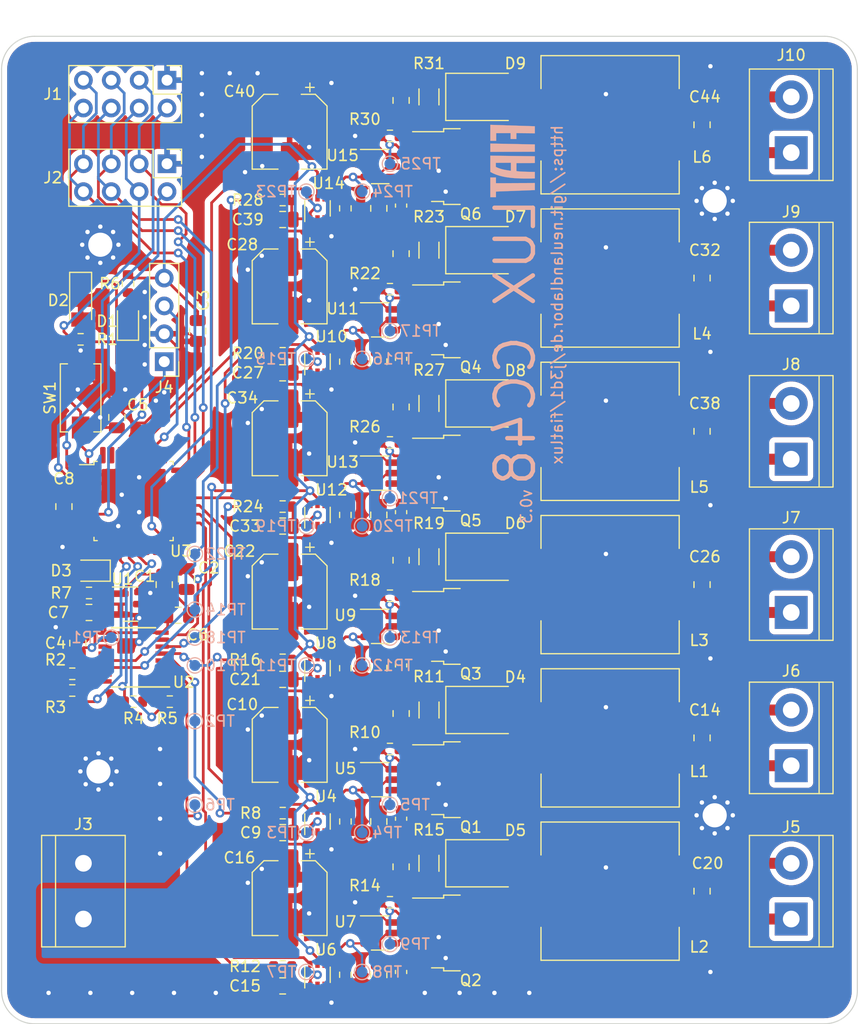
<source format=kicad_pcb>
(kicad_pcb (version 20211014) (generator pcbnew)

  (general
    (thickness 1.6)
  )

  (paper "A4")
  (layers
    (0 "F.Cu" signal)
    (31 "B.Cu" signal)
    (32 "B.Adhes" user "B.Adhesive")
    (33 "F.Adhes" user "F.Adhesive")
    (34 "B.Paste" user)
    (35 "F.Paste" user)
    (36 "B.SilkS" user "B.Silkscreen")
    (37 "F.SilkS" user "F.Silkscreen")
    (38 "B.Mask" user)
    (39 "F.Mask" user)
    (40 "Dwgs.User" user "User.Drawings")
    (41 "Cmts.User" user "User.Comments")
    (42 "Eco1.User" user "User.Eco1")
    (43 "Eco2.User" user "User.Eco2")
    (44 "Edge.Cuts" user)
    (45 "Margin" user)
    (46 "B.CrtYd" user "B.Courtyard")
    (47 "F.CrtYd" user "F.Courtyard")
    (48 "B.Fab" user)
    (49 "F.Fab" user)
    (50 "User.1" user "Nutzer.1")
    (51 "User.2" user "Nutzer.2")
    (52 "User.3" user "Nutzer.3")
    (53 "User.4" user "Nutzer.4")
    (54 "User.5" user "Nutzer.5")
    (55 "User.6" user "Nutzer.6")
    (56 "User.7" user "Nutzer.7")
    (57 "User.8" user "Nutzer.8")
    (58 "User.9" user "Nutzer.9")
  )

  (setup
    (stackup
      (layer "F.SilkS" (type "Top Silk Screen"))
      (layer "F.Paste" (type "Top Solder Paste"))
      (layer "F.Mask" (type "Top Solder Mask") (thickness 0.01))
      (layer "F.Cu" (type "copper") (thickness 0.035))
      (layer "dielectric 1" (type "core") (thickness 1.51) (material "FR4") (epsilon_r 4.5) (loss_tangent 0.02))
      (layer "B.Cu" (type "copper") (thickness 0.035))
      (layer "B.Mask" (type "Bottom Solder Mask") (thickness 0.01))
      (layer "B.Paste" (type "Bottom Solder Paste"))
      (layer "B.SilkS" (type "Bottom Silk Screen"))
      (copper_finish "None")
      (dielectric_constraints no)
    )
    (pad_to_mask_clearance 0)
    (grid_origin 167.894 27.686)
    (pcbplotparams
      (layerselection 0x00010fc_ffffffff)
      (disableapertmacros false)
      (usegerberextensions false)
      (usegerberattributes true)
      (usegerberadvancedattributes true)
      (creategerberjobfile true)
      (svguseinch false)
      (svgprecision 6)
      (excludeedgelayer true)
      (plotframeref false)
      (viasonmask false)
      (mode 1)
      (useauxorigin false)
      (hpglpennumber 1)
      (hpglpenspeed 20)
      (hpglpendiameter 15.000000)
      (dxfpolygonmode true)
      (dxfimperialunits true)
      (dxfusepcbnewfont true)
      (psnegative false)
      (psa4output false)
      (plotreference true)
      (plotvalue true)
      (plotinvisibletext false)
      (sketchpadsonfab false)
      (subtractmaskfromsilk false)
      (outputformat 1)
      (mirror false)
      (drillshape 1)
      (scaleselection 1)
      (outputdirectory "")
    )
  )

  (net 0 "")
  (net 1 "+3V3")
  (net 2 "GND")
  (net 3 "~{BUSRST}")
  (net 4 "Net-(C4-Pad1)")
  (net 5 "Net-(C8-Pad1)")
  (net 6 "/fiatlux_cc48_channel_driver2/DRI_DIM")
  (net 7 "+48V")
  (net 8 "/fiatlux_cc48_channel_driver2/DRI_VCC")
  (net 9 "/fiatlux_cc48_channel_driver2/DRI_COM")
  (net 10 "/fiatlux_cc48_channel_driver2/OUT+")
  (net 11 "/fiatlux_cc48_channel_driver2/OUT-")
  (net 12 "/fiatlux_cc48_channel_driver1/DRI_DIM")
  (net 13 "/fiatlux_cc48_channel_driver1/DRI_VCC")
  (net 14 "/fiatlux_cc48_channel_driver1/DRI_COM")
  (net 15 "/fiatlux_cc48_channel_driver1/OUT+")
  (net 16 "/fiatlux_cc48_channel_driver1/OUT-")
  (net 17 "/fiatlux_cc48_channel_driver3/DRI_DIM")
  (net 18 "/fiatlux_cc48_channel_driver3/DRI_VCC")
  (net 19 "/fiatlux_cc48_channel_driver3/DRI_COM")
  (net 20 "/fiatlux_cc48_channel_driver3/OUT+")
  (net 21 "/fiatlux_cc48_channel_driver3/OUT-")
  (net 22 "/fiatlux_cc48_channel_driver5/DRI_DIM")
  (net 23 "/fiatlux_cc48_channel_driver5/DRI_VCC")
  (net 24 "/fiatlux_cc48_channel_driver5/DRI_COM")
  (net 25 "/fiatlux_cc48_channel_driver5/OUT+")
  (net 26 "/fiatlux_cc48_channel_driver5/OUT-")
  (net 27 "Net-(D1-Pad2)")
  (net 28 "ACT_LED")
  (net 29 "Net-(D3-Pad2)")
  (net 30 "/fiatlux_cc48_channel_driver4/DRI_DIM")
  (net 31 "/fiatlux_cc48_channel_driver4/DRI_VCC")
  (net 32 "/fiatlux_cc48_channel_driver4/DRI_COM")
  (net 33 "/fiatlux_cc48_channel_driver4/OUT+")
  (net 34 "/fiatlux_cc48_channel_driver4/OUT-")
  (net 35 "SWIM")
  (net 36 "/fiatlux_cc48_channel_driver6/DRI_DIM")
  (net 37 "/fiatlux_cc48_channel_driver6/DRI_VCC")
  (net 38 "/fiatlux_cc48_channel_driver6/DRI_COM")
  (net 39 "/fiatlux_cc48_channel_driver6/OUT+")
  (net 40 "/fiatlux_cc48_channel_driver6/OUT-")
  (net 41 "/fiatlux_cc48_channel_driver2/DRI_SOURCE")
  (net 42 "/fiatlux_cc48_channel_driver1/DRI_SOURCE")
  (net 43 "/fiatlux_cc48_channel_driver3/DRI_SOURCE")
  (net 44 "DAC_SYNC")
  (net 45 "Net-(R2-Pad2)")
  (net 46 "SCLK")
  (net 47 "Net-(R3-Pad2)")
  (net 48 "MOSI")
  (net 49 "Net-(R4-Pad2)")
  (net 50 "MISO")
  (net 51 "Net-(R5-Pad2)")
  (net 52 "CH2_DIM")
  (net 53 "Net-(R9-Pad1)")
  (net 54 "CH1_DIM")
  (net 55 "CH3_DIM")
  (net 56 "CH5_DIM")
  (net 57 "CH4_DIM")
  (net 58 "Net-(R21-Pad1)")
  (net 59 "CH6_DIM")
  (net 60 "Net-(C13-Pad1)")
  (net 61 "unconnected-(U2-Pad11)")
  (net 62 "unconnected-(U2-Pad12)")
  (net 63 "INIT_{IN}")
  (net 64 "~{INT}")
  (net 65 "INIT_{OUT}")
  (net 66 "unconnected-(U3-Pad9)")
  (net 67 "SW_SCLK")
  (net 68 "SW_MOSI")
  (net 69 "SW_MISO")
  (net 70 "unconnected-(U3-Pad17)")
  (net 71 "CH1_PWM")
  (net 72 "CH2_PWM")
  (net 73 "CH3_PWM")
  (net 74 "CH4_PWM")
  (net 75 "unconnected-(U3-Pad25)")
  (net 76 "unconnected-(U3-Pad27)")
  (net 77 "CH6_PWM")
  (net 78 "CH5_PWM")
  (net 79 "unconnected-(U3-Pad32)")
  (net 80 "/fiatlux_cc48_channel_driver5/DRI_SOURCE")
  (net 81 "/fiatlux_cc48_channel_driver4/DRI_SOURCE")
  (net 82 "/fiatlux_cc48_channel_driver6/DRI_SOURCE")
  (net 83 "/fiatlux_cc48_channel_driver2/DRI_GATE")
  (net 84 "/fiatlux_cc48_channel_driver1/DRI_GATE")
  (net 85 "/fiatlux_cc48_channel_driver3/DRI_GATE")
  (net 86 "/fiatlux_cc48_channel_driver5/DRI_GATE")
  (net 87 "/fiatlux_cc48_channel_driver4/DRI_GATE")
  (net 88 "/fiatlux_cc48_channel_driver6/DRI_GATE")
  (net 89 "unconnected-(U3-Pad30)")
  (net 90 "unconnected-(U3-Pad31)")
  (net 91 "unconnected-(U3-Pad14)")
  (net 92 "unconnected-(U3-Pad15)")
  (net 93 "unconnected-(U3-Pad7)")
  (net 94 "Net-(C19-Pad1)")
  (net 95 "Net-(C25-Pad1)")
  (net 96 "Net-(C31-Pad1)")
  (net 97 "Net-(C37-Pad1)")
  (net 98 "Net-(C43-Pad1)")
  (net 99 "Net-(R13-Pad1)")
  (net 100 "Net-(R17-Pad1)")
  (net 101 "Net-(R25-Pad1)")
  (net 102 "Net-(R29-Pad1)")

  (footprint "Inductor_SMD:L_12x12mm_H8mm" (layer "F.Cu") (at 213.36 73.66 180))

  (footprint "TerminalBlock:TerminalBlock_bornier-2_P5.08mm" (layer "F.Cu") (at 229.87 90.17 90))

  (footprint "Capacitor_SMD:C_0805_2012Metric" (layer "F.Cu") (at 183.515 110.236 180))

  (footprint "Capacitor_SMD:C_0603_1608Metric" (layer "F.Cu") (at 194.31 81.026 -90))

  (footprint "Capacitor_SMD:C_0805_2012Metric" (layer "F.Cu") (at 221.742 87.63 -90))

  (footprint "TerminalBlock:TerminalBlock_bornier-2_P5.08mm" (layer "F.Cu") (at 229.87 76.2 90))

  (footprint "MountingHole:MountingHole_2.2mm_M2_Pad_Via" (layer "F.Cu") (at 222.894 38.686))

  (footprint "Resistor_SMD:R_1206_3216Metric" (layer "F.Cu") (at 196.85 99.06 90))

  (footprint "Diode_SMD:D_SMB" (layer "F.Cu") (at 201.93 57.15))

  (footprint "Connector_PinHeader_2.54mm:PinHeader_1x04_P2.54mm_Vertical" (layer "F.Cu") (at 172.72 53.34 180))

  (footprint "Capacitor_SMD:CP_Elec_6.3x4.5" (layer "F.Cu") (at 184.15 60.325 -90))

  (footprint "Connector_PinHeader_2.54mm:PinHeader_2x04_P2.54mm_Vertical" (layer "F.Cu") (at 172.974 35.306 -90))

  (footprint "Capacitor_SMD:C_0603_1608Metric" (layer "F.Cu") (at 194.31 108.966 -90))

  (footprint "Capacitor_SMD:C_0805_2012Metric" (layer "F.Cu") (at 172.72 73.66 -90))

  (footprint "Package_TO_SOT_SMD:SOT-23-6" (layer "F.Cu") (at 192.405 63.5))

  (footprint "Capacitor_SMD:C_0805_2012Metric" (layer "F.Cu") (at 192.278 67.31 -90))

  (footprint "Package_TO_SOT_SMD:SOT-363_SC-70-6" (layer "F.Cu") (at 186.69 81.28 90))

  (footprint "Capacitor_SMD:C_0805_2012Metric" (layer "F.Cu") (at 192.278 109.22 -90))

  (footprint "Package_TO_SOT_SMD:TO-252-2" (layer "F.Cu") (at 200.6655 91.44))

  (footprint "Connector_PinHeader_2.54mm:PinHeader_2x04_P2.54mm_Vertical" (layer "F.Cu") (at 172.974 27.686 -90))

  (footprint "Package_TO_SOT_SMD:TO-252-2" (layer "F.Cu") (at 200.66 77.47))

  (footprint "Resistor_SMD:R_0603_1608Metric" (layer "F.Cu") (at 183.515 80.518))

  (footprint "Diode_SMD:D_SMB" (layer "F.Cu") (at 201.93 29.21))

  (footprint "TerminalBlock:TerminalBlock_bornier-2_P5.08mm" (layer "F.Cu") (at 165.354 99.06 -90))

  (footprint "Diode_SMD:D_SMB" (layer "F.Cu") (at 201.93 99.06))

  (footprint "Diode_SMD:D_SMB" (layer "F.Cu") (at 201.93 43.18))

  (footprint "Capacitor_SMD:C_0805_2012Metric" (layer "F.Cu") (at 192.278 95.25 -90))

  (footprint "MountingHole:MountingHole_2.2mm_M2_Pad_Via" (layer "F.Cu") (at 166.727274 90.686))

  (footprint "Inductor_SMD:L_12x12mm_H8mm" (layer "F.Cu") (at 213.36 45.72 180))

  (footprint "Diode_SMD:D_SMB" (layer "F.Cu") (at 201.9355 85.09))

  (footprint "Capacitor_SMD:CP_Elec_6.3x4.5" (layer "F.Cu") (at 184.15 46.482 -90))

  (footprint "MountingHole:MountingHole_2.2mm_M2_Pad_Via" (layer "F.Cu") (at 166.894 42.686))

  (footprint "Package_TO_SOT_SMD:SOT-23-6" (layer "F.Cu") (at 192.405 35.56))

  (footprint "Capacitor_SMD:C_0805_2012Metric" (layer "F.Cu") (at 221.742 31.75 -90))

  (footprint "Resistor_SMD:R_0603_1608Metric" (layer "F.Cu") (at 189.23 81.28 -90))

  (footprint "Resistor_SMD:R_0603_1608Metric" (layer "F.Cu") (at 164.338 81.788))

  (footprint "LED_SMD:LED_0805_2012Metric" (layer "F.Cu") (at 169.418 49.7055 90))

  (footprint "Capacitor_SMD:C_0805_2012Metric" (layer "F.Cu") (at 174.752 73.152 -90))

  (footprint "Capacitor_SMD:C_0805_2012Metric" (layer "F.Cu") (at 194.31 29.53 90))

  (footprint "Capacitor_SMD:C_0805_2012Metric" (layer "F.Cu") (at 183.5205 96.266 180))

  (footprint "Inductor_SMD:L_12x12mm_H8mm" (layer "F.Cu") (at 213.36 101.6 180))

  (footprint "Capacitor_SMD:C_0805_2012Metric" (layer "F.Cu") (at 183.515 68.326 180))

  (footprint "Package_QFP:LQFP-32_7x7mm_P0.8mm" (layer "F.Cu") (at 169.926 66.04))

  (footprint "Resistor_SMD:R_1206_3216Metric" (layer "F.Cu") (at 196.85 57.15 90))

  (footprint "Package_TO_SOT_SMD:SOT-23-6" locked (layer "F.Cu")
    (tedit 5F6F9B37) (tstamp 5d5347b5-0e5b-47b3-a3e3-d6f5725bead7)
    (at 192.405 49.53)
    (descr "SOT, 6 Pin (https://www.jedec.org/sites/default/files/docs/Mo-178c.PDF variant AB), generated with kicad-footprint-generator ipc_gullwing_generator.py")
    (tags "SOT TO_SOT_SMD")
    (property "LCSC" "C367387")
    (property "Sheetfile" "fiatlux_cc48_channel_driver.kicad_sch")
    (property "Sheetname" "fiatlux_cc48_channel_driver5")
    (path "/a672b323-13f7-4347-a8ce-0a3f96c45d44/dd58ff45-8682-4c68-9b58-6c676bdc956a")
    (attr smd)
    (fp_text reference "U11" (at -3.429 -1.016) (layer "F.SilkS")
      (effects (font (size 1 1) (thickness 0.15)))
      (tstamp dc4e3f36-1a63-403f-9b69-916253287a11)
    )
    (fp_text value "FL7760" (at 0 2.4) (layer "F.Fab")
      (effects (font (size 1 1) (thickness 0.15)))
      (tstamp 62ae2c82-2ad1-41ed-9743-d3d2ec745ecf)
    )
    (fp_text user "${REFERENCE}" (at 0 0) (layer "F.Fab")
      (effects (font (size 0.4 0.4) (thickness 0.06)))
      (tstamp bb6fc9ca-29cf-4bd3-b247-55a9c24a57a8)
    )
    (fp_line (start 0 -1.56) (end -1.8 -1.56) (layer "F.SilkS") (width 0.12) (tstamp 2dcd34aa-b97e-475c-b306-119d0ffca285))
    (fp_line (start 0 -1.56) (end 0.8 -1.56) (layer "F.SilkS") (width 0.12) (tstamp 937d4f10-b715-42ce-acb2-6470c710d881))
    (fp_line (start 0 1.56) (end -0.8 1.56) (layer "F.SilkS") (width 0.12) (tstamp cbab863c-7670-4c4d-b2c1-1ed2e34b49c0))
    (fp_line (start 0 1.56) (end 0.8 1.56) (layer "F.SilkS") (width 0.12) (tstamp cf6597c8-55a9-48ee-87d2-63a5b781819f))
    (fp_line (start 2.05 1.7) (end 2.05 -1.7) (layer "F.CrtYd") (width 0.05) (tstamp 2b7c4bc6-622b-4862-ac33-e0b8062fde77))
    (fp_line (start -2.05 1.7) (end 2.05 1.7) (layer "F.CrtYd") (width 0.05) (tstamp 400807b8-0398-452a-82c7-312641a0f176))
    (fp_line (start 2.05 -1.7) (end -2.05 -1.7) (layer "F.CrtYd") (width 0.05) (tstamp 606d3235-8939-4383-9302-9b2bdc9c5c93))
    (fp_line (start -2.05 -1.7) (end -2.05 1.7) (layer "F.CrtYd") (width 0.05) (tstamp e1578996-aa23-482e-9b59-91c54424deb4))
    (fp_line (start 0.8 -1.45) (end 0.8 1.45) (layer "F.Fab") (width 0.1) (tstamp 1d1d5606-3990-4560-9222-3157112a343e))
    (fp_line (start -0.4 -1.45) (end 0.8 -1.45) (layer "F.Fab") (width 0.1) (tstamp 6fe434db-8eba-4aa7-914b-a1d7f236ec6f))
    (fp_line (start -0.8 -1.05) (end -0.4 -1.45) (layer "F.Fab") (width 0.1) (tstamp abcbf425-b631-4338-b64d-e9bcf3899426))
    (fp_line (start 0.8 1.45) (end -0.8 1.45) (layer "F.Fab") (width 0.1) (tstamp ac09c582-8fde-45c6-b5a0-d3e3b4cb3b14))
    (fp_line (start -0.8 1.45) (end -0.8 -1.05) (layer "F.Fab") (width 0.1) (tstamp e274c769-cbc7-4915-a508-55bf894ac28a))
    (pad "1" smd roundrect locked (at -1.1375 -0.95) (size 1.325 0.6) (layers "F.Cu" "F.Paste" "F.Mask") (roundrect_rratio 0.25)
      (net 7 "+48V") (pinfunction "VIN") (pintype "input") (tstamp 9ff561e4-65e2-41ac-a215-6a3669456df0))
    (pad "2" smd roundrect locked (at -1.1375 0) (size 1.325 0.6) (layers "F.Cu" "F.Paste" "F.Mask") (roundrect_rratio 0.25)
      (net 2 "GND") (pinfunction "GND") (pintype "input") (tstamp cfdba1e5-1b3c-4348-84de-4296e7d8a04f))
    (pad "3" smd roundrect locked (at -1.1375 0.95) (size 1.325 0.6) (layers "F.Cu" "F.Paste" "F.Mask") (roundrect_rratio 0.25)
      (net 24 "/fiatlux_cc48_channel_driver5/DRI_COM") (pinfunction "DIM") (pintype "input") (tstamp 9238407b-6dea-4037-8963-f08585576c76))
    (pad "4" smd roundrect locked (at 1.1375 0.95) (size 1.325 0.6) (layers "F.Cu" "F.Paste" "F.Mask") (roundrect_rratio 0.25)
      (net 86 "/fiatlux_cc48_channel_driver5/DRI_GATE") (pinfunction "DRV") (pintype "output") (tstamp ecb96073-9d8b-4100-938b-7d5457977e34))
    (pad "5" smd roundrect locked (at 1.1375 0) (size 1.325 0.6) (layers "F.Cu" "F.Paste" "F.Mask") (roundrect_rratio 0.25)
      (net 23 "/fiatlux_cc48_channel_driver5/DRI_VCC") (pinfunction "VCC") (pintype "inp
... [1225943 chars truncated]
</source>
